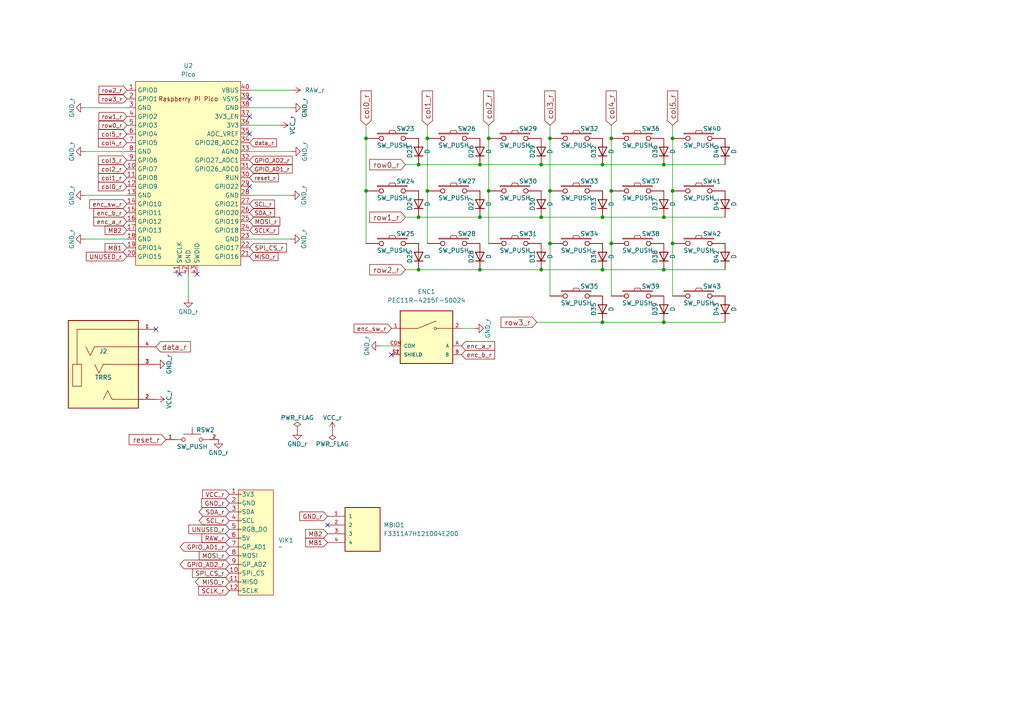
<source format=kicad_sch>
(kicad_sch (version 20250114) (generator "eeschema") (generator_version "9.0")
  (paper "A4")
  (title_block (title "Sandevistan44") (date "2025-05-26") (rev "0.0.1") (company "islathehut") (comment 1 "Right Side"))
  (lib_symbols
    (symbol "Device:D" (pin_numbers (hide yes)) (pin_names (offset 1.016) (hide yes))
      (property "Reference" "D" (at 0 2.54 0))
      (property "Value" "D" (at 0 -2.54 0))
      (symbol "D_0_1"
        (polyline (pts (xy -1.27 1.27) (xy -1.27 -1.27)) (stroke (width 0.254)))
        (polyline (pts (xy 1.27 1.27) (xy 1.27 -1.27) (xy -1.27 0) (xy 1.27 1.27)) (stroke (width 0.254)))
        (polyline (pts (xy 1.27 0) (xy -1.27 0)))
      )
      (symbol "D_1_1"
        (pin passive line (at -3.81 0 0) (length 2.54) (name "K") (number "1"))
        (pin passive line (at 3.81 0 180) (length 2.54) (name "A") (number "2"))
      )
    )
    (symbol "F3311A7H121004E200:F3311A7H121004E200" (pin_names (offset 1.016))
      (property "Reference" "J" (at -5.08 5.842 0))
      (property "Value" "F3311A7H121004E200" (at -5.08 -10.16 0))
      (symbol "F3311A7H121004E200_0_0"
        (rectangle (start -5.08 -7.62) (end 5.08 5.08) (stroke (width 0.254)) (fill (type background)))
        (pin passive line (at -10.16 2.54 0) (length 5.08) (name "1") (number "1"))
        (pin passive line (at -10.16 0 0) (length 5.08) (name "2") (number "2"))
        (pin passive line (at -10.16 -2.54 0) (length 5.08) (name "3") (number "3"))
        (pin passive line (at -10.16 -5.08 0) (length 5.08) (name "4") (number "4"))
      )
    )
    (symbol "MCU_RaspberryPi_and_Boards:Pico"
      (property "Reference" "U" (at -13.97 27.94 0))
      (property "Value" "Pico" (at 0 19.05 0))
      (symbol "Pico_0_0"
        (text "Raspberry Pi Pico" (at 0 21.59 0) (effects (font (size 1.27 1.27))))
      )
      (symbol "Pico_0_1"
        (rectangle (start -15.24 26.67) (end 15.24 -26.67) (fill (type background)))
      )
      (symbol "Pico_1_1"
        (pin bidirectional line (at -17.78 24.13 0) (length 2.54) (name "GPIO0") (number "1"))
        (pin bidirectional line (at -17.78 21.59 0) (length 2.54) (name "GPIO1") (number "2"))
        (pin power_in line (at -17.78 19.05 0) (length 2.54) (name "GND") (number "3"))
        (pin bidirectional line (at -17.78 16.51 0) (length 2.54) (name "GPIO2") (number "4"))
        (pin bidirectional line (at -17.78 13.97 0) (length 2.54) (name "GPIO3") (number "5"))
        (pin bidirectional line (at -17.78 11.43 0) (length 2.54) (name "GPIO4") (number "6"))
        (pin bidirectional line (at -17.78 8.89 0) (length 2.54) (name "GPIO5") (number "7"))
        (pin power_in line (at -17.78 6.35 0) (length 2.54) (name "GND") (number "8"))
        (pin bidirectional line (at -17.78 3.81 0) (length 2.54) (name "GPIO6") (number "9"))
        (pin bidirectional line (at -17.78 1.27 0) (length 2.54) (name "GPIO7") (number "10"))
        (pin bidirectional line (at -17.78 -1.27 0) (length 2.54) (name "GPIO8") (number "11"))
        (pin bidirectional line (at -17.78 -3.81 0) (length 2.54) (name "GPIO9") (number "12"))
        (pin power_in line (at -17.78 -6.35 0) (length 2.54) (name "GND") (number "13"))
        (pin bidirectional line (at -17.78 -8.89 0) (length 2.54) (name "GPIO10") (number "14"))
        (pin bidirectional line (at -17.78 -11.43 0) (length 2.54) (name "GPIO11") (number "15"))
        (pin bidirectional line (at -17.78 -13.97 0) (length 2.54) (name "GPIO12") (number "16"))
        (pin bidirectional line (at -17.78 -16.51 0) (length 2.54) (name "GPIO13") (number "17"))
        (pin power_in line (at -17.78 -19.05 0) (length 2.54) (name "GND") (number "18"))
        (pin bidirectional line (at -17.78 -21.59 0) (length 2.54) (name "GPIO14") (number "19"))
        (pin bidirectional line (at -17.78 -24.13 0) (length 2.54) (name "GPIO15") (number "20"))
        (pin input line (at -2.54 -29.21 90) (length 2.54) (name "SWCLK") (number "41"))
        (pin power_in line (at 0 -29.21 90) (length 2.54) (name "GND") (number "42"))
        (pin bidirectional line (at 2.54 -29.21 90) (length 2.54) (name "SWDIO") (number "43"))
        (pin power_in line (at 17.78 24.13 180) (length 2.54) (name "VBUS") (number "40"))
        (pin power_in line (at 17.78 21.59 180) (length 2.54) (name "VSYS") (number "39"))
        (pin bidirectional line (at 17.78 19.05 180) (length 2.54) (name "GND") (number "38"))
        (pin input line (at 17.78 16.51 180) (length 2.54) (name "3V3_EN") (number "37"))
        (pin power_in line (at 17.78 13.97 180) (length 2.54) (name "3V3") (number "36"))
        (pin power_in line (at 17.78 11.43 180) (length 2.54) (name "ADC_VREF") (number "35"))
        (pin bidirectional line (at 17.78 8.89 180) (length 2.54) (name "GPIO28_ADC2") (number "34"))
        (pin power_in line (at 17.78 6.35 180) (length 2.54) (name "AGND") (number "33"))
        (pin bidirectional line (at 17.78 3.81 180) (length 2.54) (name "GPIO27_ADC1") (number "32"))
        (pin bidirectional line (at 17.78 1.27 180) (length 2.54) (name "GPIO26_ADC0") (number "31"))
        (pin input line (at 17.78 -1.27 180) (length 2.54) (name "RUN") (number "30"))
        (pin bidirectional line (at 17.78 -3.81 180) (length 2.54) (name "GPIO22") (number "29"))
        (pin power_in line (at 17.78 -6.35 180) (length 2.54) (name "GND") (number "28"))
        (pin bidirectional line (at 17.78 -8.89 180) (length 2.54) (name "GPIO21") (number "27"))
        (pin bidirectional line (at 17.78 -11.43 180) (length 2.54) (name "GPIO20") (number "26"))
        (pin bidirectional line (at 17.78 -13.97 180) (length 2.54) (name "GPIO19") (number "25"))
        (pin bidirectional line (at 17.78 -16.51 180) (length 2.54) (name "GPIO18") (number "24"))
        (pin power_in line (at 17.78 -19.05 180) (length 2.54) (name "GND") (number "23"))
        (pin bidirectional line (at 17.78 -21.59 180) (length 2.54) (name "GPIO17") (number "22"))
        (pin bidirectional line (at 17.78 -24.13 180) (length 2.54) (name "GPIO16") (number "21"))
      )
    )
    (symbol "PEC11R-4215F-S0024:PEC11R-4215F-S0024" (pin_names (offset 1.016))
      (property "Reference" "MT" (at -7.62 8.89 0))
      (property "Value" "PEC11R-4215F-S0024" (at -7.62 -8.89 0))
      (symbol "PEC11R-4215F-S0024_0_0"
        (rectangle (start -7.62 -7.62) (end 7.62 7.62) (stroke (width 0.254)) (fill (type background)))
        (polyline (pts (xy -2.54 2.54) (xy -7.62 2.54)) (stroke (width 0.1524)))
        (polyline (pts (xy -2.54 2.54) (xy 2.794 4.6736)) (stroke (width 0.1524)))
        (circle (center 2.54 2.54) (radius 0.3302) (stroke (width 0.1524)))
        (polyline (pts (xy 7.62 2.54) (xy 2.921 2.54)) (stroke (width 0.1524)))
        (pin passive line (at -10.16 2.54 0) (length 2.54) (name "~") (number "1"))
        (pin passive line (at -10.16 -2.54 0) (length 2.54) (name "COM") (number "COM"))
        (pin passive line (at -10.16 -5.08 0) (length 2.54) (name "SHIELD") (number "S1"))
        (pin passive line (at -10.16 -5.08 0) (length 2.54) (name "SHIELD") (number "S2"))
        (pin passive line (at 10.16 2.54 180) (length 2.54) (name "~") (number "2"))
        (pin passive line (at 10.16 -2.54 180) (length 2.54) (name "A") (number "A"))
        (pin passive line (at 10.16 -5.08 180) (length 2.54) (name "B") (number "B"))
      )
    )
    (symbol "SJ2-35954A-SMT-TR:SJ2-35954A-SMT-TR" (pin_names (offset 1.016))
      (property "Reference" "J" (at -10.1741 15.2612 0))
      (property "Value" "SJ2-35954A-SMT-TR" (at -10.1738 -17.8041 0))
      (symbol "SJ2-35954A-SMT-TR_0_0"
        (rectangle (start -10.16 -12.7) (end 10.16 12.7) (stroke (width 0.254)) (fill (type background)))
        (polyline (pts (xy -8.89 0) (xy -7.62 0)) (stroke (width 0.1524)))
        (polyline (pts (xy -8.89 -6.35) (xy -8.89 0)) (stroke (width 0.1524)))
        (polyline (pts (xy -7.62 10.16) (xy -7.62 0)) (stroke (width 0.1524)))
        (polyline (pts (xy -7.62 0) (xy -6.35 0)) (stroke (width 0.1524)))
        (polyline (pts (xy -6.35 0) (xy -6.35 -6.35)) (stroke (width 0.1524)))
        (polyline (pts (xy -6.35 -6.35) (xy -8.89 -6.35)) (stroke (width 0.1524)))
        (polyline (pts (xy -3.81 2.54) (xy -5.08 5.08)) (stroke (width 0.1524)))
        (polyline (pts (xy -2.54 5.08) (xy -3.81 2.54)) (stroke (width 0.1524)))
        (polyline (pts (xy -1.27 -2.54) (xy -2.54 0)) (stroke (width 0.1524)))
        (polyline (pts (xy 0 0) (xy -1.27 -2.54)) (stroke (width 0.1524)))
        (polyline (pts (xy 1.27 -7.62) (xy 0 -10.16)) (stroke (width 0.1524)))
        (polyline (pts (xy 2.54 -10.16) (xy 1.27 -7.62)) (stroke (width 0.1524)))
        (polyline (pts (xy 10.16 10.16) (xy -7.62 10.16)) (stroke (width 0.1524)))
        (polyline (pts (xy 10.16 5.08) (xy -2.54 5.08)) (stroke (width 0.1524)))
        (polyline (pts (xy 10.16 0) (xy 0 0)) (stroke (width 0.1524)))
        (polyline (pts (xy 10.16 -10.16) (xy 2.54 -10.16)) (stroke (width 0.1524)))
        (pin passive line (at 15.24 10.16 180) (length 5.08) (name "~") (number "1"))
        (pin passive line (at 15.24 5.08 180) (length 5.08) (name "~") (number "4"))
        (pin passive line (at 15.24 0 180) (length 5.08) (name "~") (number "3"))
        (pin passive line (at 15.24 -10.16 180) (length 5.08) (name "~") (number "2"))
      )
    )
    (symbol "TL6340AF160Q:TL6340AF160Q" (pin_names (offset 1.016))
      (property "Reference" "S" (at -7.62 5.08 0))
      (property "Value" "TL6340AF160Q" (at -7.62 -5.08 0))
      (symbol "TL6340AF160Q_0_0"
        (polyline (pts (xy -5.08 0) (xy -3.048 0)) (stroke (width 0.1524)))
        (polyline (pts (xy -2.54 1.5875) (xy 2.54 1.5875)) (stroke (width 0.1524)))
        (circle (center -2.54 0) (radius 0.508) (stroke (width 0.1524)))
        (polyline (pts (xy 0 1.5875) (xy 0 3.4925)) (stroke (width 0.1524)))
        (circle (center 2.54 0) (radius 0.508) (stroke (width 0.1524)))
        (polyline (pts (xy 5.08 0) (xy 3.048 0)) (stroke (width 0.1524)))
        (pin passive line (at -7.62 0 0) (length 2.54) (name "~") (number "1"))
        (pin passive line (at 7.62 0 180) (length 2.54) (name "~") (number "2"))
      )
    )
    (symbol "kbd:SW_PUSH" (pin_numbers (hide yes)) (pin_names (offset 1.016) (hide yes))
      (property "Reference" "SW" (at 3.81 2.794 0))
      (property "Value" "SW_PUSH" (at 0 -2.032 0))
      (symbol "SW_PUSH_0_1"
        (rectangle (start -4.318 1.27) (end 4.318 1.524))
        (polyline (pts (xy -1.016 1.524) (xy -0.762 2.286) (xy 0.762 2.286) (xy 1.016 1.524)))
        (pin passive inverted (at -7.62 0 0) (length 5.08) (name "1") (number "1"))
        (pin passive inverted (at 7.62 0 180) (length 5.08) (name "2") (number "2"))
      )
    )
    (symbol "power:+5V" (power) (pin_numbers (hide yes)) (pin_names (offset 0) (hide yes))
      (property "Value" "+5V" (at 0 3.556 0))
      (symbol "+5V_0_1"
        (polyline (pts (xy -0.762 1.27) (xy 0 2.54)))
        (polyline (pts (xy 0 2.54) (xy 0.762 1.27)))
        (polyline (pts (xy 0 0) (xy 0 2.54)))
      )
      (symbol "+5V_1_1"
        (pin power_in line (at 0 0 90) (length 0) (name "~") (number "1"))
      )
    )
    (symbol "power:GND" (power) (pin_names (offset 0))
      (property "Value" "GND" (at 0 -3.81 0))
      (symbol "GND_0_1"
        (polyline (pts (xy 0 0) (xy 0 -1.27) (xy 1.27 -1.27) (xy 0 -2.54) (xy -1.27 -1.27) (xy 0 -1.27)))
      )
      (symbol "GND_1_1"
        (pin power_in line (at 0 0 270) (length 0) (hide yes) (name "GND") (number "1"))
      )
    )
    (symbol "power:PWR_FLAG" (power) (pin_numbers (hide yes)) (pin_names (offset 0) (hide yes))
      (property "Value" "PWR_FLAG" (at 0 3.81 0))
      (symbol "PWR_FLAG_0_0"
        (pin power_out line (at 0 0 90) (length 0) (name "pwr") (number "1"))
      )
      (symbol "PWR_FLAG_0_1"
        (polyline (pts (xy 0 0) (xy 0 1.27) (xy -1.016 1.905) (xy 0 2.54) (xy 1.016 1.905) (xy 0 1.27)))
      )
    )
    (symbol "power:VCC" (power) (pin_names (offset 0))
      (property "Value" "VCC" (at 0 3.81 0))
      (symbol "VCC_0_1"
        (polyline (pts (xy -0.762 1.27) (xy 0 2.54)))
        (polyline (pts (xy 0 2.54) (xy 0.762 1.27)))
        (polyline (pts (xy 0 0) (xy 0 2.54)))
      )
      (symbol "VCC_1_1"
        (pin power_in line (at 0 0 90) (length 0) (hide yes) (name "VCC") (number "1"))
      )
    )
    (symbol "vik:vik-keyboard-connector" (pin_names (offset 1))
      (property "Reference" "J" (at 0 15.875 0))
      (symbol "vik-keyboard-connector_1_1"
        (rectangle (start -5.08 13.97) (end 5.08 -16.51) (fill (type background)))
        (rectangle (start -5.0546 12.827) (end -4.191 12.573) (stroke (width 0.1)))
        (rectangle (start -5.0546 10.287) (end -4.191 10.033) (stroke (width 0.1)))
        (rectangle (start -5.0546 7.747) (end -4.191 7.493) (stroke (width 0.1)))
        (rectangle (start -5.0546 5.207) (end -4.191 4.953) (stroke (width 0.1)))
        (rectangle (start -5.0546 2.667) (end -4.191 2.413) (stroke (width 0.1)))
        (rectangle (start -5.0546 0.127) (end -4.191 -0.127) (stroke (width 0.1)))
        (rectangle (start -5.0546 -2.413) (end -4.191 -2.667) (stroke (width 0.1)))
        (rectangle (start -5.0546 -4.953) (end -4.191 -5.207) (stroke (width 0.1)))
        (rectangle (start -5.0546 -7.493) (end -4.191 -7.747) (stroke (width 0.1)))
        (rectangle (start -5.0546 -10.033) (end -4.191 -10.287) (stroke (width 0.1)))
        (rectangle (start -5.0546 -12.573) (end -4.191 -12.827) (stroke (width 0.1)))
        (rectangle (start -5.0546 -15.113) (end -4.191 -15.367) (stroke (width 0.1)))
        (pin power_in line (at -7.62 12.7 0) (length 2.54) (name "3V3") (number "1"))
        (pin power_in line (at -7.62 10.16 0) (length 2.54) (name "GND") (number "2"))
        (pin bidirectional line (at -7.62 7.62 0) (length 2.54) (name "SDA") (number "3"))
        (pin bidirectional line (at -7.62 5.08 0) (length 2.54) (name "SCL") (number "4"))
        (pin input line (at -7.62 2.54 0) (length 2.54) (name "RGB_DO") (number "5"))
        (pin power_in line (at -7.62 0 0) (length 2.54) (name "5V") (number "6"))
        (pin bidirectional line (at -7.62 -2.54 0) (length 2.54) (name "GP_AD1") (number "7"))
        (pin input line (at -7.62 -5.08 0) (length 2.54) (name "MOSI") (number "8"))
        (pin bidirectional line (at -7.62 -7.62 0) (length 2.54) (name "GP_AD2") (number "9"))
        (pin input line (at -7.62 -10.16 0) (length 2.54) (name "SPI_CS") (number "10"))
        (pin tri_state line (at -7.62 -12.7 0) (length 2.54) (name "MISO") (number "11"))
        (pin input line (at -7.62 -15.24 0) (length 2.54) (name "SCLK") (number "12"))
      )
    )
  )
  (junction (at 156.972 78.232))
  (junction (at 141.732 55.372))
  (junction (at 177.292 70.612))
  (junction (at 177.292 55.372))
  (junction (at 192.532 62.992))
  (junction (at 123.952 55.372))
  (junction (at 139.192 78.232))
  (junction (at 159.512 55.372))
  (junction (at 139.192 62.992))
  (junction (at 159.512 70.612))
  (junction (at 141.732 40.132))
  (junction (at 174.752 78.232))
  (junction (at 192.532 78.232))
  (junction (at 192.532 93.472))
  (junction (at 174.752 47.752))
  (junction (at 174.752 62.992))
  (junction (at 195.072 70.612))
  (junction (at 106.172 55.372))
  (junction (at 121.412 62.992))
  (junction (at 139.192 47.752))
  (junction (at 195.072 55.372))
  (junction (at 156.972 62.992))
  (junction (at 192.532 47.752))
  (junction (at 174.752 93.472))
  (junction (at 156.972 47.752))
  (junction (at 121.412 47.752))
  (junction (at 121.412 78.232))
  (junction (at 159.512 40.132))
  (junction (at 106.172 40.132))
  (junction (at 123.952 40.132))
  (junction (at 177.292 40.132))
  (junction (at 195.072 40.132))
  (no_connect (at 72.39 54.102))
  (no_connect (at 113.538 102.87))
  (no_connect (at 45.212 95.504))
  (no_connect (at 72.39 28.702))
  (no_connect (at 52.07 79.502))
  (no_connect (at 57.15 79.502))
  (no_connect (at 94.996 152.273))
  (no_connect (at 72.39 38.862))
  (no_connect (at 72.39 33.782))
  (wire (pts (xy 156.972 47.752) (xy 174.752 47.752)))
  (wire (pts (xy 106.172 55.372) (xy 106.172 70.612)))
  (wire (pts (xy 156.972 78.232) (xy 174.752 78.232)))
  (wire (pts (xy 139.192 47.752) (xy 156.972 47.752)))
  (wire (pts (xy 84.328 56.642) (xy 72.39 56.642)))
  (wire (pts (xy 72.39 31.242) (xy 84.582 31.242)))
  (wire (pts (xy 24.638 43.942) (xy 36.83 43.942)))
  (wire (pts (xy 123.952 55.372) (xy 123.952 70.612)))
  (wire (pts (xy 84.582 26.162) (xy 72.39 26.162)))
  (wire (pts (xy 123.952 40.132) (xy 123.952 55.372)))
  (wire (pts (xy 159.512 70.612) (xy 159.512 85.852)))
  (wire (pts (xy 195.072 36.322) (xy 195.072 40.132)))
  (wire (pts (xy 174.752 93.472) (xy 192.532 93.472)))
  (wire (pts (xy 174.752 78.232) (xy 192.532 78.232)))
  (wire (pts (xy 141.732 36.322) (xy 141.732 40.132)))
  (wire (pts (xy 192.532 93.472) (xy 210.312 93.472)))
  (wire (pts (xy 84.582 43.942) (xy 72.39 43.942)))
  (wire (pts (xy 117.602 47.752) (xy 121.412 47.752)))
  (wire (pts (xy 137.668 95.25) (xy 133.858 95.25)))
  (wire (pts (xy 117.602 62.992) (xy 121.412 62.992)))
  (wire (pts (xy 156.972 62.992) (xy 174.752 62.992)))
  (wire (pts (xy 177.292 70.612) (xy 177.292 85.852)))
  (wire (pts (xy 141.732 55.372) (xy 141.732 70.612)))
  (wire (pts (xy 192.532 62.992) (xy 210.312 62.992)))
  (wire (pts (xy 106.172 36.322) (xy 106.172 40.132)))
  (wire (pts (xy 123.952 36.322) (xy 123.952 40.132)))
  (wire (pts (xy 24.638 31.242) (xy 36.83 31.242)))
  (wire (pts (xy 177.292 55.372) (xy 177.292 70.612)))
  (wire (pts (xy 106.172 40.132) (xy 106.172 55.372)))
  (wire (pts (xy 141.732 40.132) (xy 141.732 55.372)))
  (wire (pts (xy 24.638 56.642) (xy 36.83 56.642)))
  (wire (pts (xy 110.236 100.33) (xy 113.538 100.33)))
  (wire (pts (xy 54.61 86.614) (xy 54.61 79.502)))
  (wire (pts (xy 177.292 40.132) (xy 177.292 55.372)))
  (wire (pts (xy 174.752 62.992) (xy 192.532 62.992)))
  (wire (pts (xy 192.532 78.232) (xy 210.312 78.232)))
  (wire (pts (xy 159.512 40.132) (xy 159.512 55.372)))
  (wire (pts (xy 117.602 78.232) (xy 121.412 78.232)))
  (wire (pts (xy 159.512 36.322) (xy 159.512 40.132)))
  (wire (pts (xy 195.072 40.132) (xy 195.072 55.372)))
  (wire (pts (xy 121.412 47.752) (xy 139.192 47.752)))
  (wire (pts (xy 81.026 36.322) (xy 72.39 36.322)))
  (wire (pts (xy 195.072 55.372) (xy 195.072 70.612)))
  (wire (pts (xy 195.072 70.612) (xy 195.072 85.852)))
  (wire (pts (xy 177.292 36.322) (xy 177.292 40.132)))
  (wire (pts (xy 192.532 47.752) (xy 210.312 47.752)))
  (wire (pts (xy 121.412 62.992) (xy 139.192 62.992)))
  (wire (pts (xy 139.192 62.992) (xy 156.972 62.992)))
  (wire (pts (xy 155.702 93.472) (xy 174.752 93.472)))
  (wire (pts (xy 139.192 78.232) (xy 156.972 78.232)))
  (wire (pts (xy 159.512 55.372) (xy 159.512 70.612)))
  (wire (pts (xy 24.638 69.342) (xy 36.83 69.342)))
  (wire (pts (xy 174.752 47.752) (xy 192.532 47.752)))
  (wire (pts (xy 84.328 69.342) (xy 72.39 69.342)))
  (wire (pts (xy 121.412 78.232) (xy 139.192 78.232)))
  (global_label "col4_r" (shape input) (at 177.292 36.322 90) (effects (font (size 1.524 1.524))) (property "Intersheetrefs" "${INTERSHEET_REFS}" (effects (hide yes))))
  (global_label "reset_r" (shape input) (at 48.133 127.508 180) (effects (font (size 1.524 1.524))) (property "Intersheetrefs" "${INTERSHEET_REFS}" (effects (hide yes))))
  (global_label "SDA_r" (shape bidirectional) (at 66.548 148.463 180) (property "Intersheetrefs" "${INTERSHEET_REFS}" (effects (hide yes))))
  (global_label "GND_r" (shape input) (at 66.548 145.923 180) (property "Intersheetrefs" "${INTERSHEET_REFS}" (effects (hide yes))))
  (global_label "col3_r" (shape input) (at 36.83 46.482 180) (property "Intersheetrefs" "${INTERSHEET_REFS}" (effects (hide yes))))
  (global_label "MB1" (shape input) (at 36.83 71.882 180) (property "Intersheetrefs" "${INTERSHEET_REFS}" (effects (hide yes))))
  (global_label "col2_r" (shape input) (at 141.732 36.322 90) (effects (font (size 1.524 1.524))) (property "Intersheetrefs" "${INTERSHEET_REFS}" (effects (hide yes))))
  (global_label "row2_r" (shape input) (at 36.83 26.162 180) (effects (font (size 1.1938 1.1938))) (property "Intersheetrefs" "${INTERSHEET_REFS}" (effects (hide yes))))
  (global_label "GPIO_AD1_r" (shape bidirectional) (at 66.548 158.623 180) (property "Intersheetrefs" "${INTERSHEET_REFS}" (effects (hide yes))))
  (global_label "MISO_r" (shape tri_state) (at 66.548 168.783 180) (property "Intersheetrefs" "${INTERSHEET_REFS}" (effects (hide yes))))
  (global_label "enc_a_r" (shape input) (at 133.858 100.33 0) (property "Intersheetrefs" "${INTERSHEET_REFS}" (effects (hide yes))))
  (global_label "col3_r" (shape input) (at 159.512 36.322 90) (effects (font (size 1.524 1.524))) (property "Intersheetrefs" "${INTERSHEET_REFS}" (effects (hide yes))))
  (global_label "col2_r" (shape input) (at 36.83 49.022 180) (property "Intersheetrefs" "${INTERSHEET_REFS}" (effects (hide yes))))
  (global_label "SCLK_r" (shape input) (at 72.39 66.802 0) (effects (font (size 1.1938 1.1938))) (property "Intersheetrefs" "${INTERSHEET_REFS}" (effects (hide yes))))
  (global_label "reset_r" (shape input) (at 72.39 51.562 0) (effects (font (size 1.1938 1.1938))) (property "Intersheetrefs" "${INTERSHEET_REFS}" (effects (hide yes))))
  (global_label "enc_b_r" (shape input) (at 133.858 102.87 0) (property "Intersheetrefs" "${INTERSHEET_REFS}" (effects (hide yes))))
  (global_label "enc_sw_r" (shape input) (at 36.83 59.182 180) (property "Intersheetrefs" "${INTERSHEET_REFS}" (effects (hide yes))))
  (global_label "MB2" (shape input) (at 36.83 66.802 180) (property "Intersheetrefs" "${INTERSHEET_REFS}" (effects (hide yes))))
  (global_label "SCL_r" (shape bidirectional) (at 66.548 151.003 180) (property "Intersheetrefs" "${INTERSHEET_REFS}" (effects (hide yes))))
  (global_label "enc_b_r" (shape input) (at 36.83 61.722 180) (property "Intersheetrefs" "${INTERSHEET_REFS}" (effects (hide yes))))
  (global_label "MB2" (shape input) (at 94.996 154.813 180) (property "Intersheetrefs" "${INTERSHEET_REFS}" (effects (hide yes))))
  (global_label "GPIO_AD2_r" (shape input) (at 72.39 46.482 0) (effects (font (size 1.1938 1.1938))) (property "Intersheetrefs" "${INTERSHEET_REFS}" (effects (hide yes))))
  (global_label "UNUSED_r" (shape input) (at 36.83 74.422 180) (property "Intersheetrefs" "${INTERSHEET_REFS}" (effects (hide yes))))
  (global_label "row0_r" (shape input) (at 36.83 36.322 180) (effects (font (size 1.1938 1.1938))) (property "Intersheetrefs" "${INTERSHEET_REFS}" (effects (hide yes))))
  (global_label "col5_r" (shape input) (at 195.072 36.322 90) (effects (font (size 1.524 1.524))) (property "Intersheetrefs" "${INTERSHEET_REFS}" (effects (hide yes))))
  (global_label "data_r" (shape input) (at 72.39 41.402 0) (effects (font (size 1.1938 1.1938))) (property "Intersheetrefs" "${INTERSHEET_REFS}" (effects (hide yes))))
  (global_label "MOSI_r" (shape input) (at 66.548 161.163 180) (property "Intersheetrefs" "${INTERSHEET_REFS}" (effects (hide yes))))
  (global_label "col1_r" (shape input) (at 123.952 36.322 90) (effects (font (size 1.524 1.524))) (property "Intersheetrefs" "${INTERSHEET_REFS}" (effects (hide yes))))
  (global_label "col1_r" (shape input) (at 36.83 51.562 180) (property "Intersheetrefs" "${INTERSHEET_REFS}" (effects (hide yes))))
  (global_label "SPI_CS_r" (shape input) (at 72.39 71.882 0) (property "Intersheetrefs" "${INTERSHEET_REFS}" (effects (hide yes))))
  (global_label "col4_r" (shape input) (at 36.83 41.402 180) (property "Intersheetrefs" "${INTERSHEET_REFS}" (effects (hide yes))))
  (global_label "row0_r" (shape input) (at 117.602 47.752 180) (effects (font (size 1.524 1.524))) (property "Intersheetrefs" "${INTERSHEET_REFS}" (effects (hide yes))))
  (global_label "GPIO_AD2_r" (shape bidirectional) (at 66.548 163.703 180) (property "Intersheetrefs" "${INTERSHEET_REFS}" (effects (hide yes))))
  (global_label "row1_r" (shape input) (at 117.602 62.992 180) (effects (font (size 1.524 1.524))) (property "Intersheetrefs" "${INTERSHEET_REFS}" (effects (hide yes))))
  (global_label "enc_sw_r" (shape input) (at 113.538 95.25 180) (property "Intersheetrefs" "${INTERSHEET_REFS}" (effects (hide yes))))
  (global_label "col0_r" (shape input) (at 36.83 54.102 180) (property "Intersheetrefs" "${INTERSHEET_REFS}" (effects (hide yes))))
  (global_label "SCL_r" (shape input) (at 72.39 59.182 0) (effects (font (size 1.1938 1.1938))) (property "Intersheetrefs" "${INTERSHEET_REFS}" (effects (hide yes))))
  (global_label "row3_r" (shape input) (at 155.702 93.472 180) (effects (font (size 1.524 1.524))) (property "Intersheetrefs" "${INTERSHEET_REFS}" (effects (hide yes))))
  (global_label "VCC_r" (shape input) (at 66.548 143.383 180) (property "Intersheetrefs" "${INTERSHEET_REFS}" (effects (hide yes))))
  (global_label "MISO_r" (shape input) (at 72.39 74.422 0) (effects (font (size 1.1938 1.1938))) (property "Intersheetrefs" "${INTERSHEET_REFS}" (effects (hide yes))))
  (global_label "data_r" (shape input) (at 45.212 100.584 0) (effects (font (size 1.524 1.524))) (property "Intersheetrefs" "${INTERSHEET_REFS}" (effects (hide yes))))
  (global_label "RAW_r" (shape input) (at 66.548 156.083 180) (property "Intersheetrefs" "${INTERSHEET_REFS}" (effects (hide yes))))
  (global_label "SPI_CS_r" (shape input) (at 66.548 166.243 180) (property "Intersheetrefs" "${INTERSHEET_REFS}" (effects (hide yes))))
  (global_label "col5_r" (shape input) (at 36.83 38.862 180) (property "Intersheetrefs" "${INTERSHEET_REFS}" (effects (hide yes))))
  (global_label "GND_r" (shape input) (at 94.996 149.733 180) (property "Intersheetrefs" "${INTERSHEET_REFS}" (effects (hide yes))))
  (global_label "row2_r" (shape input) (at 117.602 78.232 180) (effects (font (size 1.524 1.524))) (property "Intersheetrefs" "${INTERSHEET_REFS}" (effects (hide yes))))
  (global_label "SCLK_r" (shape input) (at 66.548 171.323 180) (property "Intersheetrefs" "${INTERSHEET_REFS}" (effects (hide yes))))
  (global_label "UNUSED_r" (shape input) (at 66.548 153.543 180) (property "Intersheetrefs" "${INTERSHEET_REFS}" (effects (hide yes))))
  (global_label "SDA_r" (shape input) (at 72.39 61.722 0) (effects (font (size 1.1938 1.1938))) (property "Intersheetrefs" "${INTERSHEET_REFS}" (effects (hide yes))))
  (global_label "row1_r" (shape input) (at 36.83 33.782 180) (effects (font (size 1.1938 1.1938))) (property "Intersheetrefs" "${INTERSHEET_REFS}" (effects (hide yes))))
  (global_label "MOSI_r" (shape input) (at 72.39 64.262 0) (property "Intersheetrefs" "${INTERSHEET_REFS}" (effects (hide yes))))
  (global_label "row3_r" (shape input) (at 36.83 28.702 180) (effects (font (size 1.1938 1.1938))) (property "Intersheetrefs" "${INTERSHEET_REFS}" (effects (hide yes))))
  (global_label "MB1" (shape input) (at 94.996 157.353 180) (property "Intersheetrefs" "${INTERSHEET_REFS}" (effects (hide yes))))
  (global_label "enc_a_r" (shape input) (at 36.83 64.262 180) (property "Intersheetrefs" "${INTERSHEET_REFS}" (effects (hide yes))))
  (global_label "GPIO_AD1_r" (shape input) (at 72.39 49.022 0) (effects (font (size 1.1938 1.1938))) (property "Intersheetrefs" "${INTERSHEET_REFS}" (effects (hide yes))))
  (global_label "col0_r" (shape input) (at 106.172 36.322 90) (effects (font (size 1.524 1.524))) (property "Intersheetrefs" "${INTERSHEET_REFS}" (effects (hide yes))))
  (symbol (lib_id "TL6340AF160Q:TL6340AF160Q") (at 55.753 127.508 0) (unit 1)
    (property "Reference" "RSW2" (at 59.563 124.714 0))
    (property "Value" "SW_PUSH" (at 55.753 129.54 0))
    (property "Footprint" "TL6340AF160Q:SW_TL6340AF160Q" (effects (hide yes)))
    (property "PARTREV" "10.23.2019" (effects (hide yes)))
    (property "STANDARD" "Manufacturer Recommendations" (effects (hide yes)))
    (property "SNAPEDA_PN" "TL6340AF160Q" (effects (hide yes)))
    (property "MAXIMUM_PACKAGE_HEIGHT" "1.55mm" (effects (hide yes)))
    (property "MANUFACTURER" "E-Swtich" (effects (hide yes)))
  )
  (symbol (lib_id "Device:D") (at 156.972 43.942 90) (unit 1)
    (property "Reference" "D29" (at 154.432 43.942 0))
    (property "Value" "D" (at 159.512 43.942 0))
    (property "Footprint" "Library:TH 1N4148 Diode (long)" (effects (hide yes)))
    (property "Description" "Diode" (effects (hide yes)))
    (property "Sim.Device" "D" (effects (hide yes)))
    (property "Sim.Pins" "1=K 2=A" (effects (hide yes)))
  )
  (symbol (lib_id "kbd:SW_PUSH") (at 131.572 55.372 0) (unit 1)
    (property "Reference" "SW27" (at 135.382 52.578 0))
    (property "Value" "SW_PUSH" (at 131.572 57.404 0))
    (property "Footprint" "Library:Universal Switch Footprint (1u)" (effects (hide yes)))
  )
  (symbol (lib_id "power:GND") (at 84.582 43.942 90) (unit 1)
    (property "Reference" "#PWR019" (effects (hide yes)))
    (property "Value" "GND_r" (at 88.392 43.942 0))
  )
  (symbol (lib_id "vik:vik-keyboard-connector") (at 74.168 156.083 0) (unit 1)
    (property "Reference" "VIK1" (at 80.772 156.7179 0) (effects (justify left)))
    (property "Value" "~" (at 80.772 158.623 0) (effects (justify left)))
    (property "Footprint" "vik:vik-keyboard-connector-horizontal-mini" (effects (hide yes)))
  )
  (symbol (lib_id "Device:D") (at 121.412 59.182 90) (unit 1)
    (property "Reference" "D24" (at 118.872 59.182 0))
    (property "Value" "D" (at 123.952 59.182 0))
    (property "Footprint" "Library:TH 1N4148 Diode (long)" (effects (hide yes)))
    (property "Description" "Diode" (effects (hide yes)))
    (property "Sim.Device" "D" (effects (hide yes)))
    (property "Sim.Pins" "1=K 2=A" (effects (hide yes)))
  )
  (symbol (lib_id "Device:D") (at 192.532 59.182 90) (unit 1)
    (property "Reference" "D37" (at 189.992 59.182 0))
    (property "Value" "D" (at 195.072 59.182 0))
    (property "Footprint" "Library:TH 1N4148 Diode (long)" (effects (hide yes)))
    (property "Description" "Diode" (effects (hide yes)))
    (property "Sim.Device" "D" (effects (hide yes)))
    (property "Sim.Pins" "1=K 2=A" (effects (hide yes)))
  )
  (symbol (lib_id "power:VCC") (at 96.393 124.968 0) (unit 1)
    (property "Reference" "#PWR017" (effects (hide yes)))
    (property "Value" "VCC_r" (at 96.393 121.158 0))
  )
  (symbol (lib_id "power:GND") (at 45.212 105.664 90) (unit 1)
    (property "Reference" "#PWR013" (effects (hide yes)))
    (property "Value" "GND_r" (at 49.022 105.664 0))
  )
  (symbol (lib_id "kbd:SW_PUSH") (at 149.352 70.612 0) (unit 1)
    (property "Reference" "SW31" (at 153.162 67.818 0))
    (property "Value" "SW_PUSH" (at 149.352 72.644 0))
    (property "Footprint" "Library:Universal Switch Footprint (1u)" (effects (hide yes)))
  )
  (symbol (lib_id "power:GND") (at 63.373 127.508 0) (unit 1)
    (property "Reference" "#PWR010" (effects (hide yes)))
    (property "Value" "GND_r" (at 63.373 131.318 0))
  )
  (symbol (lib_id "power:GND") (at 137.668 95.25 90) (unit 1)
    (property "Reference" "#PWR028" (effects (hide yes)))
    (property "Value" "GND_r" (at 141.478 95.25 0))
  )
  (symbol (lib_id "kbd:SW_PUSH") (at 202.692 85.852 0) (unit 1)
    (property "Reference" "SW43" (at 206.502 83.058 0))
    (property "Value" "SW_PUSH" (at 202.692 87.884 0))
    (property "Footprint" "Library:Universal Switch Footprint (1.5u)" (effects (hide yes)))
  )
  (symbol (lib_id "power:GND") (at 84.328 69.342 90) (unit 1)
    (property "Reference" "#PWR021" (effects (hide yes)))
    (property "Value" "GND_r" (at 88.138 69.342 0))
  )
  (symbol (lib_id "Device:D") (at 121.412 74.422 90) (unit 1)
    (property "Reference" "D25" (at 118.872 74.422 0))
    (property "Value" "D" (at 123.952 74.422 0))
    (property "Footprint" "Library:TH 1N4148 Diode (long)" (effects (hide yes)))
    (property "Description" "Diode" (effects (hide yes)))
    (property "Sim.Device" "D" (effects (hide yes)))
    (property "Sim.Pins" "1=K 2=A" (effects (hide yes)))
  )
  (symbol (lib_id "kbd:SW_PUSH") (at 167.132 85.852 0) (unit 1)
    (property "Reference" "SW35" (at 170.942 83.058 0))
    (property "Value" "SW_PUSH" (at 167.132 87.884 0))
    (property "Footprint" "Library:Universal Switch Footprint (1u)" (effects (hide yes)))
  )
  (symbol (lib_id "power:GND") (at 110.236 100.33 270) (mirror x) (unit 1)
    (property "Reference" "#PWR029" (effects (hide yes)))
    (property "Value" "GND_r" (at 106.426 100.33 0))
  )
  (symbol (lib_id "Device:D") (at 192.532 74.422 90) (unit 1)
    (property "Reference" "D38" (at 189.992 74.422 0))
    (property "Value" "D" (at 195.072 74.422 0))
    (property "Footprint" "Library:TH 1N4148 Diode (long)" (effects (hide yes)))
    (property "Description" "Diode" (effects (hide yes)))
    (property "Sim.Device" "D" (effects (hide yes)))
    (property "Sim.Pins" "1=K 2=A" (effects (hide yes)))
  )
  (symbol (lib_id "kbd:SW_PUSH") (at 184.912 55.372 0) (unit 1)
    (property "Reference" "SW37" (at 188.722 52.578 0))
    (property "Value" "SW_PUSH" (at 184.912 57.404 0))
    (property "Footprint" "Library:Universal Switch Footprint (1u)" (effects (hide yes)))
  )
  (symbol (lib_id "kbd:SW_PUSH") (at 113.792 40.132 0) (unit 1)
    (property "Reference" "SW23" (at 117.602 37.338 0))
    (property "Value" "SW_PUSH" (at 113.792 42.164 0))
    (property "Footprint" "Library:Universal Switch Footprint (1u)" (effects (hide yes)))
  )
  (symbol (lib_id "F3311A7H121004E200:F3311A7H121004E200") (at 105.156 152.273 0) (unit 1)
    (property "Reference" "MBIO1" (at 111.252 152.2729 0) (effects (justify left)))
    (property "Value" "F3311A7H121004E200" (at 111.252 154.8129 0) (effects (justify left)))
    (property "Footprint" "Amphenol Footprint Symbol:AMPHENOL_F3311A7H121004E200" (effects (hide yes)))
    (property "MF" "Amphenol" (effects (hide yes)))
    (property "MAXIMUM_PACKAGE_HEIGHT" "1.62mm" (effects (hide yes)))
    (property "Package" "None" (effects (hide yes)))
    (property "Price" "None" (effects (hide yes)))
    (property "Check_prices" "https://www.snapeda.com/parts/F3311A7H121004E200/Amphenol/view-part/?ref=eda" (effects (hide yes)))
    (property "STANDARD" "Manufacturer Recommendations" (effects (hide yes)))
    (property "PARTREV" "A" (effects (hide yes)))
    (property "SnapEDA_Link" "https://www.snapeda.com/parts/F3311A7H121004E200/Amphenol/view-part/?ref=snap" (effects (hide yes)))
    (property "MP" "F3311A7H121004E200" (effects (hide yes)))
    (property "Description_1" "Flex Connector, P=0.50mm, H=1.00mm, Right angle orientation, Flip type, ZIF, Double contact, point 4P" (effects (hide yes)))
    (property "MANUFACTURER" "Amphenol" (effects (hide yes)))
    (property "Availability" "In Stock" (effects (hide yes)))
    (property "SNAPEDA_PN" "F3311A7H121004E200" (effects (hide yes)))
  )
  (symbol (lib_id "Device:D") (at 174.752 89.662 90) (unit 1)
    (property "Reference" "D35" (at 172.212 89.662 0))
    (property "Value" "D" (at 177.292 89.662 0))
    (property "Footprint" "Library:TH 1N4148 Diode (long)" (effects (hide yes)))
    (property "Description" "Diode" (effects (hide yes)))
    (property "Sim.Device" "D" (effects (hide yes)))
    (property "Sim.Pins" "1=K 2=A" (effects (hide yes)))
  )
  (symbol (lib_id "Device:D") (at 121.412 43.942 90) (unit 1)
    (property "Reference" "D23" (at 118.872 43.942 0))
    (property "Value" "D" (at 123.952 43.942 0))
    (property "Footprint" "Library:TH 1N4148 Diode (long)" (effects (hide yes)))
    (property "Description" "Diode" (effects (hide yes)))
    (property "Sim.Device" "D" (effects (hide yes)))
    (property "Sim.Pins" "1=K 2=A" (effects (hide yes)))
  )
  (symbol (lib_id "Device:D") (at 139.192 74.422 90) (unit 1)
    (property "Reference" "D28" (at 136.652 74.422 0))
    (property "Value" "D" (at 141.732 74.422 0))
    (property "Footprint" "Library:TH 1N4148 Diode (long)" (effects (hide yes)))
    (property "Description" "Diode" (effects (hide yes)))
    (property "Sim.Device" "D" (effects (hide yes)))
    (property "Sim.Pins" "1=K 2=A" (effects (hide yes)))
  )
  (symbol (lib_id "SJ2-35954A-SMT-TR:SJ2-35954A-SMT-TR") (at 29.972 105.664 0) (unit 1)
    (property "Reference" "J2" (at 29.972 101.854 0))
    (property "Value" "TRRS" (at 29.972 109.474 0))
    (property "Footprint" "SJ2 35954A SMT TR:CUI_SJ2-35954A-SMT-TR" (effects (hide yes)))
    (property "MF" "Same Sky" (effects (hide yes)))
    (property "MAXIMUM_PACKAGE_HEIGHT" "5 mm" (effects (hide yes)))
    (property "Package" "None" (effects (hide yes)))
    (property "Price" "None" (effects (hide yes)))
    (property "Check_prices" "https://www.snapeda.com/parts/SJ2-35954A-SMT-TR/Same+Sky/view-part/?ref=eda" (effects (hide yes)))
    (property "STANDARD" "Manufacturer Recommendations" (effects (hide yes)))
    (property "PARTREV" "1.04" (effects (hide yes)))
    (property "SnapEDA_Link" "https://www.snapeda.com/parts/SJ2-35954A-SMT-TR/Same+Sky/view-part/?ref=snap" (effects (hide yes)))
    (property "MP" "SJ2-35954A-SMT-TR" (effects (hide yes)))
    (property "Description_1" "3.5 mm, Stereo, Right Angle, Surface Mount (SMT), 4 Conductors, 0 Internal Switches, Audio Jack Connector" (effects (hide yes)))
    (property "Availability" "In Stock" (effects (hide yes)))
    (property "MANUFACTURER" "CUI Devices" (effects (hide yes)))
  )
  (symbol (lib_id "power:GND") (at 86.233 124.968 0) (unit 1)
    (property "Reference" "#PWR016" (effects (hide yes)))
    (property "Value" "GND_r" (at 86.233 128.778 0))
  )
  (symbol (lib_id "Device:D") (at 192.532 43.942 90) (unit 1)
    (property "Reference" "D36" (at 189.992 43.942 0))
    (property "Value" "D" (at 195.072 43.942 0))
    (property "Footprint" "Library:TH 1N4148 Diode (long)" (effects (hide yes)))
    (property "Description" "Diode" (effects (hide yes)))
    (property "Sim.Device" "D" (effects (hide yes)))
    (property "Sim.Pins" "1=K 2=A" (effects (hide yes)))
  )
  (symbol (lib_id "MCU_RaspberryPi_and_Boards:Pico") (at 54.61 50.292 0) (unit 1)
    (property "Reference" "U2" (at 54.61 19.05 0))
    (property "Value" "Pico" (at 54.61 21.59 0))
    (property "Footprint" "Library:RPi_Pico_SMD_TH_no_through_holes" (effects (hide yes)))
  )
  (symbol (lib_id "kbd:SW_PUSH") (at 202.692 40.132 0) (unit 1)
    (property "Reference" "SW40" (at 206.502 37.338 0))
    (property "Value" "SW_PUSH" (at 202.692 42.164 0))
    (property "Footprint" "Library:Universal Switch Footprint (1u)" (effects (hide yes)))
  )
  (symbol (lib_id "Device:D") (at 210.312 43.942 90) (unit 1)
    (property "Reference" "D40" (at 207.772 43.942 0))
    (property "Value" "D" (at 212.852 43.942 0))
    (property "Footprint" "Library:TH 1N4148 Diode (long)" (effects (hide yes)))
    (property "Description" "Diode" (effects (hide yes)))
    (property "Sim.Device" "D" (effects (hide yes)))
    (property "Sim.Pins" "1=K 2=A" (effects (hide yes)))
  )
  (symbol (lib_id "kbd:SW_PUSH") (at 149.352 40.132 0) (unit 1)
    (property "Reference" "SW29" (at 153.162 37.338 0))
    (property "Value" "SW_PUSH" (at 149.352 42.164 0))
    (property "Footprint" "Library:Universal Switch Footprint (1u)" (effects (hide yes)))
  )
  (symbol (lib_id "Device:D") (at 156.972 74.422 90) (unit 1)
    (property "Reference" "D31" (at 154.432 74.422 0))
    (property "Value" "D" (at 159.512 74.422 0))
    (property "Footprint" "Library:TH 1N4148 Diode (long)" (effects (hide yes)))
    (property "Description" "Diode" (effects (hide yes)))
    (property "Sim.Device" "D" (effects (hide yes)))
    (property "Sim.Pins" "1=K 2=A" (effects (hide yes)))
  )
  (symbol (lib_id "power:VCC") (at 81.026 36.322 270) (unit 1)
    (property "Reference" "#PWR027" (effects (hide yes)))
    (property "Value" "VCC_r" (at 84.836 36.322 0))
  )
  (symbol (lib_id "kbd:SW_PUSH") (at 113.792 70.612 0) (unit 1)
    (property "Reference" "SW25" (at 117.602 67.818 0))
    (property "Value" "SW_PUSH" (at 113.792 72.644 0))
    (property "Footprint" "Library:Universal Switch Footprint (1u)" (effects (hide yes)))
  )
  (symbol (lib_id "power:GND") (at 24.638 43.942 270) (unit 1)
    (property "Reference" "#PWR025" (effects (hide yes)))
    (property "Value" "GND_r" (at 20.828 43.942 0))
  )
  (symbol (lib_id "Device:D") (at 192.532 89.662 90) (unit 1)
    (property "Reference" "D39" (at 189.992 89.662 0))
    (property "Value" "D" (at 195.072 89.662 0))
    (property "Footprint" "Library:TH 1N4148 Diode (long)" (effects (hide yes)))
    (property "Description" "Diode" (effects (hide yes)))
    (property "Sim.Device" "D" (effects (hide yes)))
    (property "Sim.Pins" "1=K 2=A" (effects (hide yes)))
  )
  (symbol (lib_id "kbd:SW_PUSH") (at 184.912 85.852 0) (unit 1)
    (property "Reference" "SW39" (at 188.722 83.058 0))
    (property "Value" "SW_PUSH" (at 184.912 87.884 0))
    (property "Footprint" "Library:Universal Switch Footprint (1u)" (effects (hide yes)))
  )
  (symbol (lib_id "Device:D") (at 139.192 59.182 90) (unit 1)
    (property "Reference" "D27" (at 136.652 59.182 0))
    (property "Value" "D" (at 141.732 59.182 0))
    (property "Footprint" "Library:TH 1N4148 Diode (long)" (effects (hide yes)))
    (property "Description" "Diode" (effects (hide yes)))
    (property "Sim.Device" "D" (effects (hide yes)))
    (property "Sim.Pins" "1=K 2=A" (effects (hide yes)))
  )
  (symbol (lib_id "power:+5V") (at 84.582 26.162 270) (unit 1)
    (property "Reference" "#PWR01" (effects (hide yes)))
    (property "Value" "RAW_r" (at 88.392 26.1619 90) (effects (justify left)))
    (property "Description" "Power symbol creates a global label with name \"+5V\"" (effects (hide yes)))
  )
  (symbol (lib_id "Device:D") (at 139.192 43.942 90) (unit 1)
    (property "Reference" "D26" (at 136.652 43.942 0))
    (property "Value" "D" (at 141.732 43.942 0))
    (property "Footprint" "Library:TH 1N4148 Diode (long)" (effects (hide yes)))
    (property "Description" "Diode" (effects (hide yes)))
    (property "Sim.Device" "D" (effects (hide yes)))
    (property "Sim.Pins" "1=K 2=A" (effects (hide yes)))
  )
  (symbol (lib_id "kbd:SW_PUSH") (at 184.912 70.612 0) (unit 1)
    (property "Reference" "SW38" (at 188.722 67.818 0))
    (property "Value" "SW_PUSH" (at 184.912 72.644 0))
    (property "Footprint" "Library:Universal Switch Footprint (1u)" (effects (hide yes)))
  )
  (symbol (lib_id "Device:D") (at 174.752 43.942 90) (unit 1)
    (property "Reference" "D32" (at 172.212 43.942 0))
    (property "Value" "D" (at 177.292 43.942 0))
    (property "Footprint" "Library:TH 1N4148 Diode (long)" (effects (hide yes)))
    (property "Description" "Diode" (effects (hide yes)))
    (property "Sim.Device" "D" (effects (hide yes)))
    (property "Sim.Pins" "1=K 2=A" (effects (hide yes)))
  )
  (symbol (lib_id "kbd:SW_PUSH") (at 184.912 40.132 0) (unit 1)
    (property "Reference" "SW36" (at 188.722 37.338 0))
    (property "Value" "SW_PUSH" (at 184.912 42.164 0))
    (property "Footprint" "Library:Universal Switch Footprint (1u)" (effects (hide yes)))
  )
  (symbol (lib_id "Device:D") (at 156.972 59.182 90) (unit 1)
    (property "Reference" "D30" (at 154.432 59.182 0))
    (property "Value" "D" (at 159.512 59.182 0))
    (property "Footprint" "Library:TH 1N4148 Diode (long)" (effects (hide yes)))
    (property "Description" "Diode" (effects (hide yes)))
    (property "Sim.Device" "D" (effects (hide yes)))
    (property "Sim.Pins" "1=K 2=A" (effects (hide yes)))
  )
  (symbol (lib_id "power:PWR_FLAG") (at 86.233 124.968 0) (unit 1)
    (property "Reference" "#FLG03" (effects (hide yes)))
    (property "Value" "PWR_FLAG" (at 86.233 121.158 0))
  )
  (symbol (lib_id "kbd:SW_PUSH") (at 167.132 40.132 0) (unit 1)
    (property "Reference" "SW32" (at 170.942 37.338 0))
    (property "Value" "SW_PUSH" (at 167.132 42.164 0))
    (property "Footprint" "Library:Universal Switch Footprint (1u)" (effects (hide yes)))
  )
  (symbol (lib_id "kbd:SW_PUSH") (at 167.132 70.612 0) (unit 1)
    (property "Reference" "SW34" (at 170.942 67.818 0))
    (property "Value" "SW_PUSH" (at 167.132 72.644 0))
    (property "Footprint" "Library:Universal Switch Footprint (1u)" (effects (hide yes)))
  )
  (symbol (lib_id "power:GND") (at 24.638 69.342 270) (unit 1)
    (property "Reference" "#PWR023" (effects (hide yes)))
    (property "Value" "GND_r" (at 20.828 69.342 0))
  )
  (symbol (lib_id "kbd:SW_PUSH") (at 202.692 70.612 0) (unit 1)
    (property "Reference" "SW42" (at 206.502 67.818 0))
    (property "Value" "SW_PUSH" (at 202.692 72.644 0))
    (property "Footprint" "Library:Universal Switch Footprint (1u)" (effects (hide yes)))
  )
  (symbol (lib_id "power:GND") (at 54.61 86.614 0) (unit 1)
    (property "Reference" "#PWR022" (effects (hide yes)))
    (property "Value" "GND_r" (at 54.61 90.424 0))
  )
  (symbol (lib_id "Device:D") (at 210.312 74.422 90) (unit 1)
    (property "Reference" "D42" (at 207.772 74.422 0))
    (property "Value" "D" (at 212.852 74.422 0))
    (property "Footprint" "Library:TH 1N4148 Diode (long)" (effects (hide yes)))
    (property "Description" "Diode" (effects (hide yes)))
    (property "Sim.Device" "D" (effects (hide yes)))
    (property "Sim.Pins" "1=K 2=A" (effects (hide yes)))
  )
  (symbol (lib_id "kbd:SW_PUSH") (at 131.572 40.132 0) (unit 1)
    (property "Reference" "SW26" (at 135.382 37.338 0))
    (property "Value" "SW_PUSH" (at 131.572 42.164 0))
    (property "Footprint" "Library:Universal Switch Footprint (1u)" (effects (hide yes)))
  )
  (symbol (lib_id "power:PWR_FLAG") (at 96.393 124.968 180) (unit 1)
    (property "Reference" "#FLG04" (effects (hide yes)))
    (property "Value" "PWR_FLAG" (at 96.393 128.778 0))
  )
  (symbol (lib_id "power:GND") (at 24.638 31.242 270) (unit 1)
    (property "Reference" "#PWR026" (effects (hide yes)))
    (property "Value" "GND_r" (at 20.828 31.242 0))
  )
  (symbol (lib_id "power:GND") (at 84.582 31.242 90) (unit 1)
    (property "Reference" "#PWR018" (effects (hide yes)))
    (property "Value" "GND_r" (at 88.392 31.242 0))
  )
  (symbol (lib_id "kbd:SW_PUSH") (at 131.572 70.612 0) (unit 1)
    (property "Reference" "SW28" (at 135.382 67.818 0))
    (property "Value" "SW_PUSH" (at 131.572 72.644 0))
    (property "Footprint" "Library:Universal Switch Footprint (1u)" (effects (hide yes)))
  )
  (symbol (lib_id "kbd:SW_PUSH") (at 202.692 55.372 0) (unit 1)
    (property "Reference" "SW41" (at 206.502 52.578 0))
    (property "Value" "SW_PUSH" (at 202.692 57.404 0))
    (property "Footprint" "Library:Universal Switch Footprint (1u)" (effects (hide yes)))
  )
  (symbol (lib_id "PEC11R-4215F-S0024:PEC11R-4215F-S0024") (at 123.698 97.79 0) (unit 1)
    (property "Reference" "ENC1" (at 123.698 84.582 0))
    (property "Value" "PEC11R-4215F-S0024" (at 123.698 87.122 0))
    (property "Footprint" "Library:PEC11R_23mm_knob" (effects (hide yes)))
    (property "MF" "Bourns" (effects (hide yes)))
    (property "MAXIMUM_PACKAGE_HEIGHT" "21.5 mm" (effects (hide yes)))
    (property "Package" "None" (effects (hide yes)))
    (property "Price" "None" (effects (hide yes)))
    (property "Check_prices" "https://www.snapeda.com/parts/PEC11R-4215F-S0024/Bourns/view-part/?ref=eda" (effects (hide yes)))
    (property "STANDARD" "Manufacturer Recommendations" (effects (hide yes)))
    (property "PARTREV" "Rev. 09/19" (effects (hide yes)))
    (property "SnapEDA_Link" "https://www.snapeda.com/parts/PEC11R-4215F-S0024/Bourns/view-part/?ref=snap" (effects (hide yes)))
    (property "MP" "PEC11R-4215F-S0024" (effects (hide yes)))
    (property "Description_1" "Encoder,Rotary,24 Detents,15 mm, Shaft,Switch | Bourns PEC11R-4215F-S0024" (effects (hide yes)))
    (property "Availability" "In Stock" (effects (hide yes)))
    (property "MANUFACTURER" "J.W.Miller/Bourns" (effects (hide yes)))
  )
  (symbol (lib_id "Device:D") (at 210.312 89.662 90) (unit 1)
    (property "Reference" "D43" (at 207.772 89.662 0))
    (property "Value" "D" (at 212.852 89.662 0))
    (property "Footprint" "Library:TH 1N4148 Diode (long)" (effects (hide yes)))
    (property "Description" "Diode" (effects (hide yes)))
    (property "Sim.Device" "D" (effects (hide yes)))
    (property "Sim.Pins" "1=K 2=A" (effects (hide yes)))
  )
  (symbol (lib_id "kbd:SW_PUSH") (at 113.792 55.372 0) (unit 1)
    (property "Reference" "SW24" (at 117.602 52.578 0))
    (property "Value" "SW_PUSH" (at 113.792 57.404 0))
    (property "Footprint" "Library:Universal Switch Footprint (1u)" (effects (hide yes)))
  )
  (symbol (lib_id "power:GND") (at 84.328 56.642 90) (unit 1)
    (property "Reference" "#PWR020" (effects (hide yes)))
    (property "Value" "GND_r" (at 88.138 56.642 0))
  )
  (symbol (lib_id "Device:D") (at 174.752 59.182 90) (unit 1)
    (property "Reference" "D33" (at 172.212 59.182 0))
    (property "Value" "D" (at 177.292 59.182 0))
    (property "Footprint" "Library:TH 1N4148 Diode (long)" (effects (hide yes)))
    (property "Description" "Diode" (effects (hide yes)))
    (property "Sim.Device" "D" (effects (hide yes)))
    (property "Sim.Pins" "1=K 2=A" (effects (hide yes)))
  )
  (symbol (lib_id "power:VCC") (at 45.212 115.824 270) (unit 1)
    (property "Reference" "#PWR012" (effects (hide yes)))
    (property "Value" "VCC_r" (at 49.022 115.824 0))
  )
  (symbol (lib_id "power:GND") (at 24.638 56.642 270) (unit 1)
    (property "Reference" "#PWR024" (effects (hide yes)))
    (property "Value" "GND_r" (at 20.828 56.642 0))
  )
  (symbol (lib_id "kbd:SW_PUSH") (at 167.132 55.372 0) (unit 1)
    (property "Reference" "SW33" (at 170.942 52.578 0))
    (property "Value" "SW_PUSH" (at 167.132 57.404 0))
    (property "Footprint" "Library:Universal Switch Footprint (1u)" (effects (hide yes)))
  )
  (symbol (lib_id "kbd:SW_PUSH") (at 149.352 55.372 0) (unit 1)
    (property "Reference" "SW30" (at 153.162 52.578 0))
    (property "Value" "SW_PUSH" (at 149.352 57.404 0))
    (property "Footprint" "Library:Universal Switch Footprint (1u)" (effects (hide yes)))
  )
  (symbol (lib_id "Device:D") (at 174.752 74.422 90) (unit 1)
    (property "Reference" "D34" (at 172.212 74.422 0))
    (property "Value" "D" (at 177.292 74.422 0))
    (property "Footprint" "Library:TH 1N4148 Diode (long)" (effects (hide yes)))
    (property "Description" "Diode" (effects (hide yes)))
    (property "Sim.Device" "D" (effects (hide yes)))
    (property "Sim.Pins" "1=K 2=A" (effects (hide yes)))
  )
  (symbol (lib_id "Device:D") (at 210.312 59.182 90) (unit 1)
    (property "Reference" "D41" (at 207.772 59.182 0))
    (property "Value" "D" (at 212.852 59.182 0))
    (property "Footprint" "Library:TH 1N4148 Diode (long)" (effects (hide yes)))
    (property "Description" "Diode" (effects (hide yes)))
    (property "Sim.Device" "D" (effects (hide yes)))
    (property "Sim.Pins" "1=K 2=A" (effects (hide yes)))
  )
)
</source>
